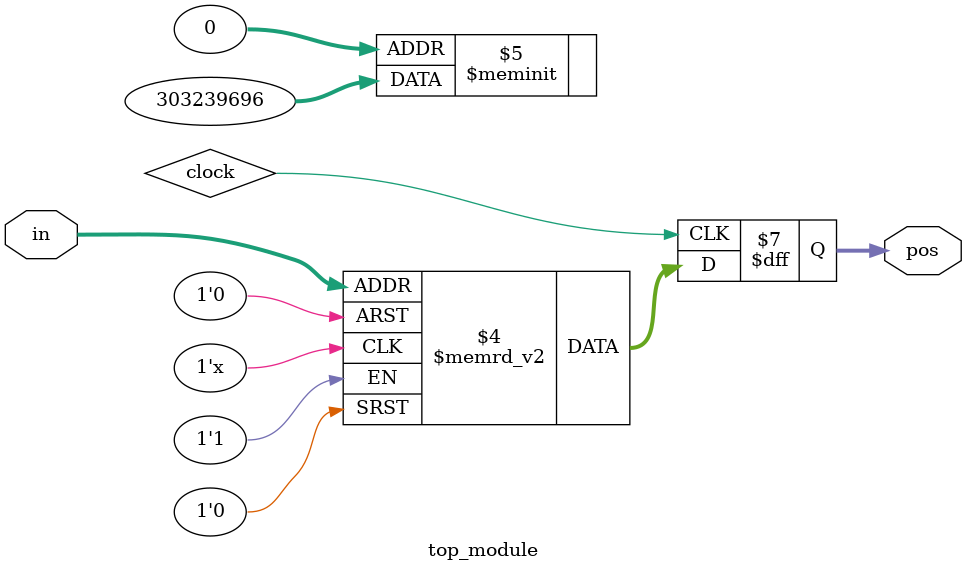
<source format=sv>
module top_module (
    input [3:0] in,
    output reg [1:0] pos
);

    always @(posedge clock) begin
        case (in)
            4'd0, 4'd1, 4'd3, 4'd5, 4'd7, 4'd9, 4'd11, 4'd13, 4'd15: pos = 2'd0;
            4'd2, 4'd6, 4'd10, 4'd14: pos = 2'd1;
            4'd4, 4'd12: pos = 2'd2;
            4'd8: pos = 2'd3;
            default: pos = 2'd0;
        endcase
    end

endmodule

</source>
